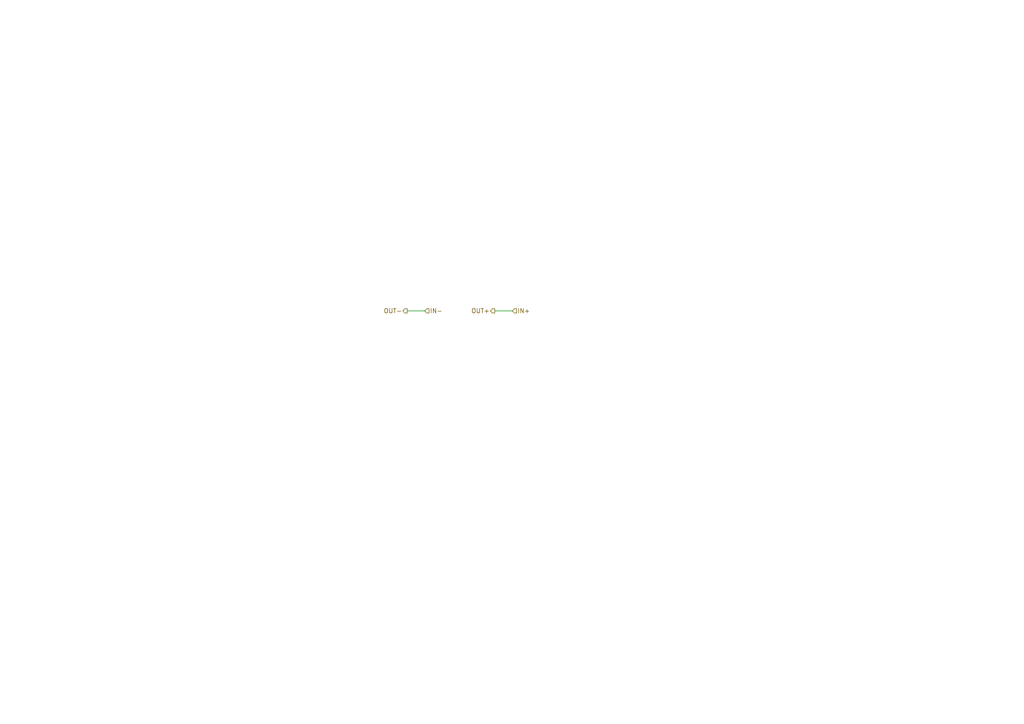
<source format=kicad_sch>
(kicad_sch
	(version 20250114)
	(generator "eeschema")
	(generator_version "9.0")
	(uuid "adf837af-9a0c-43d4-8154-83ba1b65c12e")
	(paper "A4")
	(title_block
		(title "PCIexpress_x1_low")
		(company "Author: Luca Anastasio")
	)
	(lib_symbols)
	(wire
		(pts
			(xy 143.51 90.17) (xy 148.59 90.17)
		)
		(stroke
			(width 0)
			(type default)
		)
		(uuid "01793114-c2d6-44ec-9955-eaa9a471a1d2")
	)
	(wire
		(pts
			(xy 118.11 90.17) (xy 123.19 90.17)
		)
		(stroke
			(width 0)
			(type default)
		)
		(uuid "ac46ae60-18dc-42ee-8ae1-5594023ee9e8")
	)
	(hierarchical_label "IN-"
		(shape input)
		(at 123.19 90.17 0)
		(effects
			(font
				(size 1.27 1.27)
			)
			(justify left)
		)
		(uuid "1a329948-473e-4f5b-bbb6-ce520ae70111")
	)
	(hierarchical_label "OUT+"
		(shape output)
		(at 143.51 90.17 180)
		(effects
			(font
				(size 1.27 1.27)
			)
			(justify right)
		)
		(uuid "29a2b000-8dc8-44a3-ad75-ab38cdc0c030")
	)
	(hierarchical_label "IN+"
		(shape input)
		(at 148.59 90.17 0)
		(effects
			(font
				(size 1.27 1.27)
			)
			(justify left)
		)
		(uuid "94f9ac79-848c-48be-a8bf-2ef302a7fe78")
	)
	(hierarchical_label "OUT-"
		(shape output)
		(at 118.11 90.17 180)
		(effects
			(font
				(size 1.27 1.27)
			)
			(justify right)
		)
		(uuid "d18d180a-cd24-4b9f-9c42-ce306d2ec0f3")
	)
)

</source>
